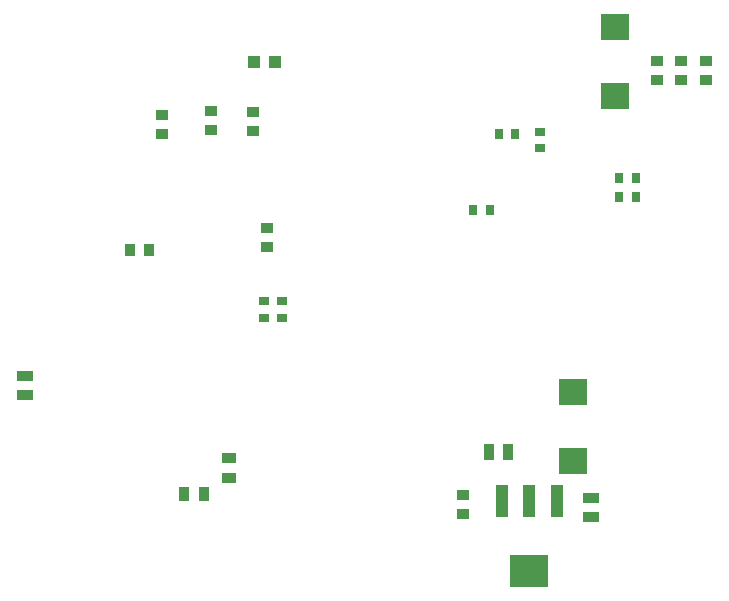
<source format=gbr>
%TF.GenerationSoftware,Altium Limited,Altium Designer,18.1.6 (161)*%
G04 Layer_Color=128*
%FSLAX25Y25*%
%MOIN*%
%TF.FileFunction,Paste,Bot*%
%TF.Part,Single*%
G01*
G75*
%TA.AperFunction,SMDPad,CuDef*%
%ADD12R,0.02756X0.03543*%
%ADD13R,0.05118X0.03347*%
%ADD15R,0.05315X0.03740*%
%ADD17R,0.03937X0.03543*%
%ADD20R,0.03543X0.03937*%
%ADD23R,0.03347X0.05118*%
%ADD25R,0.03543X0.02756*%
%ADD40R,0.03740X0.05315*%
%ADD41R,0.09252X0.08661*%
%ADD42R,0.12992X0.10630*%
%ADD43R,0.03937X0.10630*%
%ADD44R,0.04331X0.04331*%
D12*
X356335Y304500D02*
D03*
X350823D02*
D03*
X399413Y308935D02*
D03*
X404925D02*
D03*
X399413Y315388D02*
D03*
X404925D02*
D03*
X359244Y330000D02*
D03*
X364756D02*
D03*
D13*
X269500Y221847D02*
D03*
Y215154D02*
D03*
D15*
X390000Y202350D02*
D03*
Y208650D02*
D03*
X201500Y249150D02*
D03*
Y242850D02*
D03*
D17*
X347500Y209650D02*
D03*
Y203350D02*
D03*
X277217Y330850D02*
D03*
Y337150D02*
D03*
X263437Y331350D02*
D03*
Y337650D02*
D03*
X282000Y298650D02*
D03*
Y292350D02*
D03*
X247000Y329850D02*
D03*
Y336150D02*
D03*
X428500Y354248D02*
D03*
Y347949D02*
D03*
X412000Y354248D02*
D03*
Y347949D02*
D03*
X420000Y354248D02*
D03*
Y347949D02*
D03*
D20*
X242650Y291338D02*
D03*
X236350D02*
D03*
D23*
X254505Y210000D02*
D03*
X261198D02*
D03*
D25*
X281122Y274256D02*
D03*
Y268744D02*
D03*
X287000Y274256D02*
D03*
Y268744D02*
D03*
X373000Y330756D02*
D03*
Y325244D02*
D03*
D40*
X362394Y224000D02*
D03*
X356095D02*
D03*
D41*
X384000Y244016D02*
D03*
Y220984D02*
D03*
X398000Y342484D02*
D03*
Y365516D02*
D03*
D42*
X369500Y184386D02*
D03*
D43*
X378555Y207614D02*
D03*
X369500D02*
D03*
X360445D02*
D03*
D44*
X277610Y354000D02*
D03*
X284697D02*
D03*
%TF.MD5,ea2407febf1b777dc18650280c0fa164*%
M02*

</source>
